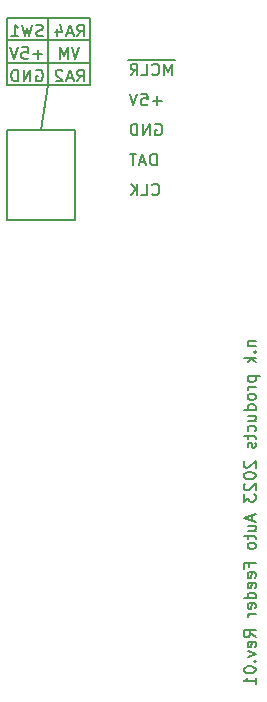
<source format=gbo>
G04 #@! TF.GenerationSoftware,KiCad,Pcbnew,(6.0.10-0)*
G04 #@! TF.CreationDate,2023-11-26T23:42:57+09:00*
G04 #@! TF.ProjectId,AutoFeeder_Drum-type,4175746f-4665-4656-9465-725f4472756d,01*
G04 #@! TF.SameCoordinates,Original*
G04 #@! TF.FileFunction,Legend,Bot*
G04 #@! TF.FilePolarity,Positive*
%FSLAX46Y46*%
G04 Gerber Fmt 4.6, Leading zero omitted, Abs format (unit mm)*
G04 Created by KiCad (PCBNEW (6.0.10-0)) date 2023-11-26 23:42:57*
%MOMM*%
%LPD*%
G01*
G04 APERTURE LIST*
G04 Aperture macros list*
%AMRoundRect*
0 Rectangle with rounded corners*
0 $1 Rounding radius*
0 $2 $3 $4 $5 $6 $7 $8 $9 X,Y pos of 4 corners*
0 Add a 4 corners polygon primitive as box body*
4,1,4,$2,$3,$4,$5,$6,$7,$8,$9,$2,$3,0*
0 Add four circle primitives for the rounded corners*
1,1,$1+$1,$2,$3*
1,1,$1+$1,$4,$5*
1,1,$1+$1,$6,$7*
1,1,$1+$1,$8,$9*
0 Add four rect primitives between the rounded corners*
20,1,$1+$1,$2,$3,$4,$5,0*
20,1,$1+$1,$4,$5,$6,$7,0*
20,1,$1+$1,$6,$7,$8,$9,0*
20,1,$1+$1,$8,$9,$2,$3,0*%
G04 Aperture macros list end*
%ADD10C,0.150000*%
%ADD11R,1.700000X1.700000*%
%ADD12O,1.700000X1.700000*%
%ADD13C,1.440000*%
%ADD14C,1.400000*%
%ADD15C,2.200000*%
%ADD16O,1.100000X1.700000*%
%ADD17RoundRect,0.250000X0.750000X-0.600000X0.750000X0.600000X-0.750000X0.600000X-0.750000X-0.600000X0*%
%ADD18O,2.000000X1.700000*%
G04 APERTURE END LIST*
D10*
X140652500Y-77470000D02*
X140017500Y-81280000D01*
X137160000Y-81280000D02*
X137160000Y-88900000D01*
X140652500Y-71755000D02*
X140652500Y-77470000D01*
X137160000Y-88900000D02*
X142875000Y-88900000D01*
X144145000Y-75565000D02*
X137160000Y-75565000D01*
X144145000Y-71755000D02*
X137160000Y-71755000D01*
X142875000Y-81280000D02*
X137160000Y-81280000D01*
X137160000Y-77470000D02*
X144145000Y-77470000D01*
X144145000Y-73660000D02*
X137160000Y-73660000D01*
X142875000Y-88900000D02*
X142875000Y-81280000D01*
X144145000Y-77470000D02*
X144145000Y-71755000D01*
X137160000Y-71755000D02*
X137160000Y-77470000D01*
X149703214Y-80780000D02*
X149798452Y-80732380D01*
X149941309Y-80732380D01*
X150084166Y-80780000D01*
X150179404Y-80875238D01*
X150227023Y-80970476D01*
X150274642Y-81160952D01*
X150274642Y-81303809D01*
X150227023Y-81494285D01*
X150179404Y-81589523D01*
X150084166Y-81684761D01*
X149941309Y-81732380D01*
X149846071Y-81732380D01*
X149703214Y-81684761D01*
X149655595Y-81637142D01*
X149655595Y-81303809D01*
X149846071Y-81303809D01*
X149227023Y-81732380D02*
X149227023Y-80732380D01*
X148655595Y-81732380D01*
X148655595Y-80732380D01*
X148179404Y-81732380D02*
X148179404Y-80732380D01*
X147941309Y-80732380D01*
X147798452Y-80780000D01*
X147703214Y-80875238D01*
X147655595Y-80970476D01*
X147607976Y-81160952D01*
X147607976Y-81303809D01*
X147655595Y-81494285D01*
X147703214Y-81589523D01*
X147798452Y-81684761D01*
X147941309Y-81732380D01*
X148179404Y-81732380D01*
X157519714Y-99165000D02*
X158186380Y-99165000D01*
X157614952Y-99165000D02*
X157567333Y-99212619D01*
X157519714Y-99307857D01*
X157519714Y-99450714D01*
X157567333Y-99545952D01*
X157662571Y-99593571D01*
X158186380Y-99593571D01*
X158091142Y-100069761D02*
X158138761Y-100117380D01*
X158186380Y-100069761D01*
X158138761Y-100022142D01*
X158091142Y-100069761D01*
X158186380Y-100069761D01*
X158186380Y-100545952D02*
X157186380Y-100545952D01*
X157805428Y-100641190D02*
X158186380Y-100926904D01*
X157519714Y-100926904D02*
X157900666Y-100545952D01*
X157519714Y-102117380D02*
X158519714Y-102117380D01*
X157567333Y-102117380D02*
X157519714Y-102212619D01*
X157519714Y-102403095D01*
X157567333Y-102498333D01*
X157614952Y-102545952D01*
X157710190Y-102593571D01*
X157995904Y-102593571D01*
X158091142Y-102545952D01*
X158138761Y-102498333D01*
X158186380Y-102403095D01*
X158186380Y-102212619D01*
X158138761Y-102117380D01*
X158186380Y-103022142D02*
X157519714Y-103022142D01*
X157710190Y-103022142D02*
X157614952Y-103069761D01*
X157567333Y-103117380D01*
X157519714Y-103212619D01*
X157519714Y-103307857D01*
X158186380Y-103784047D02*
X158138761Y-103688809D01*
X158091142Y-103641190D01*
X157995904Y-103593571D01*
X157710190Y-103593571D01*
X157614952Y-103641190D01*
X157567333Y-103688809D01*
X157519714Y-103784047D01*
X157519714Y-103926904D01*
X157567333Y-104022142D01*
X157614952Y-104069761D01*
X157710190Y-104117380D01*
X157995904Y-104117380D01*
X158091142Y-104069761D01*
X158138761Y-104022142D01*
X158186380Y-103926904D01*
X158186380Y-103784047D01*
X158186380Y-104974523D02*
X157186380Y-104974523D01*
X158138761Y-104974523D02*
X158186380Y-104879285D01*
X158186380Y-104688809D01*
X158138761Y-104593571D01*
X158091142Y-104545952D01*
X157995904Y-104498333D01*
X157710190Y-104498333D01*
X157614952Y-104545952D01*
X157567333Y-104593571D01*
X157519714Y-104688809D01*
X157519714Y-104879285D01*
X157567333Y-104974523D01*
X157519714Y-105879285D02*
X158186380Y-105879285D01*
X157519714Y-105450714D02*
X158043523Y-105450714D01*
X158138761Y-105498333D01*
X158186380Y-105593571D01*
X158186380Y-105736428D01*
X158138761Y-105831666D01*
X158091142Y-105879285D01*
X158138761Y-106784047D02*
X158186380Y-106688809D01*
X158186380Y-106498333D01*
X158138761Y-106403095D01*
X158091142Y-106355476D01*
X157995904Y-106307857D01*
X157710190Y-106307857D01*
X157614952Y-106355476D01*
X157567333Y-106403095D01*
X157519714Y-106498333D01*
X157519714Y-106688809D01*
X157567333Y-106784047D01*
X157519714Y-107069761D02*
X157519714Y-107450714D01*
X157186380Y-107212619D02*
X158043523Y-107212619D01*
X158138761Y-107260238D01*
X158186380Y-107355476D01*
X158186380Y-107450714D01*
X158138761Y-107736428D02*
X158186380Y-107831666D01*
X158186380Y-108022142D01*
X158138761Y-108117380D01*
X158043523Y-108165000D01*
X157995904Y-108165000D01*
X157900666Y-108117380D01*
X157853047Y-108022142D01*
X157853047Y-107879285D01*
X157805428Y-107784047D01*
X157710190Y-107736428D01*
X157662571Y-107736428D01*
X157567333Y-107784047D01*
X157519714Y-107879285D01*
X157519714Y-108022142D01*
X157567333Y-108117380D01*
X157281619Y-109307857D02*
X157234000Y-109355476D01*
X157186380Y-109450714D01*
X157186380Y-109688809D01*
X157234000Y-109784047D01*
X157281619Y-109831666D01*
X157376857Y-109879285D01*
X157472095Y-109879285D01*
X157614952Y-109831666D01*
X158186380Y-109260238D01*
X158186380Y-109879285D01*
X157186380Y-110498333D02*
X157186380Y-110593571D01*
X157234000Y-110688809D01*
X157281619Y-110736428D01*
X157376857Y-110784047D01*
X157567333Y-110831666D01*
X157805428Y-110831666D01*
X157995904Y-110784047D01*
X158091142Y-110736428D01*
X158138761Y-110688809D01*
X158186380Y-110593571D01*
X158186380Y-110498333D01*
X158138761Y-110403095D01*
X158091142Y-110355476D01*
X157995904Y-110307857D01*
X157805428Y-110260238D01*
X157567333Y-110260238D01*
X157376857Y-110307857D01*
X157281619Y-110355476D01*
X157234000Y-110403095D01*
X157186380Y-110498333D01*
X157281619Y-111212619D02*
X157234000Y-111260238D01*
X157186380Y-111355476D01*
X157186380Y-111593571D01*
X157234000Y-111688809D01*
X157281619Y-111736428D01*
X157376857Y-111784047D01*
X157472095Y-111784047D01*
X157614952Y-111736428D01*
X158186380Y-111165000D01*
X158186380Y-111784047D01*
X157186380Y-112117380D02*
X157186380Y-112736428D01*
X157567333Y-112403095D01*
X157567333Y-112545952D01*
X157614952Y-112641190D01*
X157662571Y-112688809D01*
X157757809Y-112736428D01*
X157995904Y-112736428D01*
X158091142Y-112688809D01*
X158138761Y-112641190D01*
X158186380Y-112545952D01*
X158186380Y-112260238D01*
X158138761Y-112165000D01*
X158091142Y-112117380D01*
X157900666Y-113879285D02*
X157900666Y-114355476D01*
X158186380Y-113784047D02*
X157186380Y-114117380D01*
X158186380Y-114450714D01*
X157519714Y-115212619D02*
X158186380Y-115212619D01*
X157519714Y-114784047D02*
X158043523Y-114784047D01*
X158138761Y-114831666D01*
X158186380Y-114926904D01*
X158186380Y-115069761D01*
X158138761Y-115165000D01*
X158091142Y-115212619D01*
X157519714Y-115545952D02*
X157519714Y-115926904D01*
X157186380Y-115688809D02*
X158043523Y-115688809D01*
X158138761Y-115736428D01*
X158186380Y-115831666D01*
X158186380Y-115926904D01*
X158186380Y-116403095D02*
X158138761Y-116307857D01*
X158091142Y-116260238D01*
X157995904Y-116212619D01*
X157710190Y-116212619D01*
X157614952Y-116260238D01*
X157567333Y-116307857D01*
X157519714Y-116403095D01*
X157519714Y-116545952D01*
X157567333Y-116641190D01*
X157614952Y-116688809D01*
X157710190Y-116736428D01*
X157995904Y-116736428D01*
X158091142Y-116688809D01*
X158138761Y-116641190D01*
X158186380Y-116545952D01*
X158186380Y-116403095D01*
X157662571Y-118260238D02*
X157662571Y-117926904D01*
X158186380Y-117926904D02*
X157186380Y-117926904D01*
X157186380Y-118403095D01*
X158138761Y-119165000D02*
X158186380Y-119069761D01*
X158186380Y-118879285D01*
X158138761Y-118784047D01*
X158043523Y-118736428D01*
X157662571Y-118736428D01*
X157567333Y-118784047D01*
X157519714Y-118879285D01*
X157519714Y-119069761D01*
X157567333Y-119165000D01*
X157662571Y-119212619D01*
X157757809Y-119212619D01*
X157853047Y-118736428D01*
X158138761Y-120022142D02*
X158186380Y-119926904D01*
X158186380Y-119736428D01*
X158138761Y-119641190D01*
X158043523Y-119593571D01*
X157662571Y-119593571D01*
X157567333Y-119641190D01*
X157519714Y-119736428D01*
X157519714Y-119926904D01*
X157567333Y-120022142D01*
X157662571Y-120069761D01*
X157757809Y-120069761D01*
X157853047Y-119593571D01*
X158186380Y-120926904D02*
X157186380Y-120926904D01*
X158138761Y-120926904D02*
X158186380Y-120831666D01*
X158186380Y-120641190D01*
X158138761Y-120545952D01*
X158091142Y-120498333D01*
X157995904Y-120450714D01*
X157710190Y-120450714D01*
X157614952Y-120498333D01*
X157567333Y-120545952D01*
X157519714Y-120641190D01*
X157519714Y-120831666D01*
X157567333Y-120926904D01*
X158138761Y-121784047D02*
X158186380Y-121688809D01*
X158186380Y-121498333D01*
X158138761Y-121403095D01*
X158043523Y-121355476D01*
X157662571Y-121355476D01*
X157567333Y-121403095D01*
X157519714Y-121498333D01*
X157519714Y-121688809D01*
X157567333Y-121784047D01*
X157662571Y-121831666D01*
X157757809Y-121831666D01*
X157853047Y-121355476D01*
X158186380Y-122260238D02*
X157519714Y-122260238D01*
X157710190Y-122260238D02*
X157614952Y-122307857D01*
X157567333Y-122355476D01*
X157519714Y-122450714D01*
X157519714Y-122545952D01*
X158186380Y-124212619D02*
X157710190Y-123879285D01*
X158186380Y-123641190D02*
X157186380Y-123641190D01*
X157186380Y-124022142D01*
X157234000Y-124117380D01*
X157281619Y-124165000D01*
X157376857Y-124212619D01*
X157519714Y-124212619D01*
X157614952Y-124165000D01*
X157662571Y-124117380D01*
X157710190Y-124022142D01*
X157710190Y-123641190D01*
X158138761Y-125022142D02*
X158186380Y-124926904D01*
X158186380Y-124736428D01*
X158138761Y-124641190D01*
X158043523Y-124593571D01*
X157662571Y-124593571D01*
X157567333Y-124641190D01*
X157519714Y-124736428D01*
X157519714Y-124926904D01*
X157567333Y-125022142D01*
X157662571Y-125069761D01*
X157757809Y-125069761D01*
X157853047Y-124593571D01*
X157519714Y-125403095D02*
X158186380Y-125641190D01*
X157519714Y-125879285D01*
X158091142Y-126260238D02*
X158138761Y-126307857D01*
X158186380Y-126260238D01*
X158138761Y-126212619D01*
X158091142Y-126260238D01*
X158186380Y-126260238D01*
X157186380Y-126926904D02*
X157186380Y-127022142D01*
X157234000Y-127117380D01*
X157281619Y-127165000D01*
X157376857Y-127212619D01*
X157567333Y-127260238D01*
X157805428Y-127260238D01*
X157995904Y-127212619D01*
X158091142Y-127165000D01*
X158138761Y-127117380D01*
X158186380Y-127022142D01*
X158186380Y-126926904D01*
X158138761Y-126831666D01*
X158091142Y-126784047D01*
X157995904Y-126736428D01*
X157805428Y-126688809D01*
X157567333Y-126688809D01*
X157376857Y-126736428D01*
X157281619Y-126784047D01*
X157234000Y-126831666D01*
X157186380Y-126926904D01*
X158186380Y-128212619D02*
X158186380Y-127641190D01*
X158186380Y-127926904D02*
X157186380Y-127926904D01*
X157329238Y-127831666D01*
X157424476Y-127736428D01*
X157472095Y-127641190D01*
X151369880Y-75370000D02*
X150227023Y-75370000D01*
X151131785Y-76652380D02*
X151131785Y-75652380D01*
X150798452Y-76366666D01*
X150465119Y-75652380D01*
X150465119Y-76652380D01*
X150227023Y-75370000D02*
X149227023Y-75370000D01*
X149417500Y-76557142D02*
X149465119Y-76604761D01*
X149607976Y-76652380D01*
X149703214Y-76652380D01*
X149846071Y-76604761D01*
X149941309Y-76509523D01*
X149988928Y-76414285D01*
X150036547Y-76223809D01*
X150036547Y-76080952D01*
X149988928Y-75890476D01*
X149941309Y-75795238D01*
X149846071Y-75700000D01*
X149703214Y-75652380D01*
X149607976Y-75652380D01*
X149465119Y-75700000D01*
X149417500Y-75747619D01*
X149227023Y-75370000D02*
X148417500Y-75370000D01*
X148512738Y-76652380D02*
X148988928Y-76652380D01*
X148988928Y-75652380D01*
X148417500Y-75370000D02*
X147417500Y-75370000D01*
X147607976Y-76652380D02*
X147941309Y-76176190D01*
X148179404Y-76652380D02*
X148179404Y-75652380D01*
X147798452Y-75652380D01*
X147703214Y-75700000D01*
X147655595Y-75747619D01*
X147607976Y-75842857D01*
X147607976Y-75985714D01*
X147655595Y-76080952D01*
X147703214Y-76128571D01*
X147798452Y-76176190D01*
X148179404Y-76176190D01*
X150227023Y-78811428D02*
X149465119Y-78811428D01*
X149846071Y-79192380D02*
X149846071Y-78430476D01*
X148512738Y-78192380D02*
X148988928Y-78192380D01*
X149036547Y-78668571D01*
X148988928Y-78620952D01*
X148893690Y-78573333D01*
X148655595Y-78573333D01*
X148560357Y-78620952D01*
X148512738Y-78668571D01*
X148465119Y-78763809D01*
X148465119Y-79001904D01*
X148512738Y-79097142D01*
X148560357Y-79144761D01*
X148655595Y-79192380D01*
X148893690Y-79192380D01*
X148988928Y-79144761D01*
X149036547Y-79097142D01*
X148179404Y-78192380D02*
X147846071Y-79192380D01*
X147512738Y-78192380D01*
X149798452Y-84272380D02*
X149798452Y-83272380D01*
X149560357Y-83272380D01*
X149417500Y-83320000D01*
X149322261Y-83415238D01*
X149274642Y-83510476D01*
X149227023Y-83700952D01*
X149227023Y-83843809D01*
X149274642Y-84034285D01*
X149322261Y-84129523D01*
X149417500Y-84224761D01*
X149560357Y-84272380D01*
X149798452Y-84272380D01*
X148846071Y-83986666D02*
X148369880Y-83986666D01*
X148941309Y-84272380D02*
X148607976Y-83272380D01*
X148274642Y-84272380D01*
X148084166Y-83272380D02*
X147512738Y-83272380D01*
X147798452Y-84272380D02*
X147798452Y-83272380D01*
X143067500Y-73350380D02*
X143400833Y-72874190D01*
X143638928Y-73350380D02*
X143638928Y-72350380D01*
X143257976Y-72350380D01*
X143162738Y-72398000D01*
X143115119Y-72445619D01*
X143067500Y-72540857D01*
X143067500Y-72683714D01*
X143115119Y-72778952D01*
X143162738Y-72826571D01*
X143257976Y-72874190D01*
X143638928Y-72874190D01*
X142686547Y-73064666D02*
X142210357Y-73064666D01*
X142781785Y-73350380D02*
X142448452Y-72350380D01*
X142115119Y-73350380D01*
X141353214Y-72683714D02*
X141353214Y-73350380D01*
X141591309Y-72302761D02*
X141829404Y-73017047D01*
X141210357Y-73017047D01*
X140174023Y-73302761D02*
X140031166Y-73350380D01*
X139793071Y-73350380D01*
X139697833Y-73302761D01*
X139650214Y-73255142D01*
X139602595Y-73159904D01*
X139602595Y-73064666D01*
X139650214Y-72969428D01*
X139697833Y-72921809D01*
X139793071Y-72874190D01*
X139983547Y-72826571D01*
X140078785Y-72778952D01*
X140126404Y-72731333D01*
X140174023Y-72636095D01*
X140174023Y-72540857D01*
X140126404Y-72445619D01*
X140078785Y-72398000D01*
X139983547Y-72350380D01*
X139745452Y-72350380D01*
X139602595Y-72398000D01*
X139269261Y-72350380D02*
X139031166Y-73350380D01*
X138840690Y-72636095D01*
X138650214Y-73350380D01*
X138412119Y-72350380D01*
X137507357Y-73350380D02*
X138078785Y-73350380D01*
X137793071Y-73350380D02*
X137793071Y-72350380D01*
X137888309Y-72493238D01*
X137983547Y-72588476D01*
X138078785Y-72636095D01*
X140126404Y-74874428D02*
X139364500Y-74874428D01*
X139745452Y-75255380D02*
X139745452Y-74493476D01*
X138412119Y-74255380D02*
X138888309Y-74255380D01*
X138935928Y-74731571D01*
X138888309Y-74683952D01*
X138793071Y-74636333D01*
X138554976Y-74636333D01*
X138459738Y-74683952D01*
X138412119Y-74731571D01*
X138364500Y-74826809D01*
X138364500Y-75064904D01*
X138412119Y-75160142D01*
X138459738Y-75207761D01*
X138554976Y-75255380D01*
X138793071Y-75255380D01*
X138888309Y-75207761D01*
X138935928Y-75160142D01*
X138078785Y-74255380D02*
X137745452Y-75255380D01*
X137412119Y-74255380D01*
X139602595Y-76208000D02*
X139697833Y-76160380D01*
X139840690Y-76160380D01*
X139983547Y-76208000D01*
X140078785Y-76303238D01*
X140126404Y-76398476D01*
X140174023Y-76588952D01*
X140174023Y-76731809D01*
X140126404Y-76922285D01*
X140078785Y-77017523D01*
X139983547Y-77112761D01*
X139840690Y-77160380D01*
X139745452Y-77160380D01*
X139602595Y-77112761D01*
X139554976Y-77065142D01*
X139554976Y-76731809D01*
X139745452Y-76731809D01*
X139126404Y-77160380D02*
X139126404Y-76160380D01*
X138554976Y-77160380D01*
X138554976Y-76160380D01*
X138078785Y-77160380D02*
X138078785Y-76160380D01*
X137840690Y-76160380D01*
X137697833Y-76208000D01*
X137602595Y-76303238D01*
X137554976Y-76398476D01*
X137507357Y-76588952D01*
X137507357Y-76731809D01*
X137554976Y-76922285D01*
X137602595Y-77017523D01*
X137697833Y-77112761D01*
X137840690Y-77160380D01*
X138078785Y-77160380D01*
X143067500Y-77160380D02*
X143400833Y-76684190D01*
X143638928Y-77160380D02*
X143638928Y-76160380D01*
X143257976Y-76160380D01*
X143162738Y-76208000D01*
X143115119Y-76255619D01*
X143067500Y-76350857D01*
X143067500Y-76493714D01*
X143115119Y-76588952D01*
X143162738Y-76636571D01*
X143257976Y-76684190D01*
X143638928Y-76684190D01*
X142686547Y-76874666D02*
X142210357Y-76874666D01*
X142781785Y-77160380D02*
X142448452Y-76160380D01*
X142115119Y-77160380D01*
X141829404Y-76255619D02*
X141781785Y-76208000D01*
X141686547Y-76160380D01*
X141448452Y-76160380D01*
X141353214Y-76208000D01*
X141305595Y-76255619D01*
X141257976Y-76350857D01*
X141257976Y-76446095D01*
X141305595Y-76588952D01*
X141877023Y-77160380D01*
X141257976Y-77160380D01*
X149417500Y-86717142D02*
X149465119Y-86764761D01*
X149607976Y-86812380D01*
X149703214Y-86812380D01*
X149846071Y-86764761D01*
X149941309Y-86669523D01*
X149988928Y-86574285D01*
X150036547Y-86383809D01*
X150036547Y-86240952D01*
X149988928Y-86050476D01*
X149941309Y-85955238D01*
X149846071Y-85860000D01*
X149703214Y-85812380D01*
X149607976Y-85812380D01*
X149465119Y-85860000D01*
X149417500Y-85907619D01*
X148512738Y-86812380D02*
X148988928Y-86812380D01*
X148988928Y-85812380D01*
X148179404Y-86812380D02*
X148179404Y-85812380D01*
X147607976Y-86812380D02*
X148036547Y-86240952D01*
X147607976Y-85812380D02*
X148179404Y-86383809D01*
X143271761Y-74255380D02*
X142938428Y-75255380D01*
X142605095Y-74255380D01*
X142271761Y-75255380D02*
X142271761Y-74255380D01*
X141938428Y-74969666D01*
X141605095Y-74255380D01*
X141605095Y-75255380D01*
%LPC*%
D11*
X138811000Y-82677000D03*
D12*
X141351000Y-82677000D03*
X138811000Y-85217000D03*
X141351000Y-85217000D03*
X138811000Y-87757000D03*
X141351000Y-87757000D03*
D11*
X149860000Y-70993000D03*
D12*
X152400000Y-70993000D03*
X149860000Y-73533000D03*
X152400000Y-73533000D03*
D13*
X153035000Y-62230000D03*
X150495000Y-64770000D03*
X153035000Y-67310000D03*
D14*
X141204000Y-78994000D03*
X138664000Y-78994000D03*
D11*
X146177000Y-76200000D03*
D12*
X146177000Y-78740000D03*
X146177000Y-81280000D03*
X146177000Y-83820000D03*
X146177000Y-86360000D03*
D15*
X154500000Y-112000000D03*
D16*
X139190000Y-66030000D03*
X139190000Y-62230000D03*
X147830000Y-62230000D03*
X147830000Y-66030000D03*
D17*
X153780000Y-136525000D03*
D18*
X153780000Y-134025000D03*
M02*

</source>
